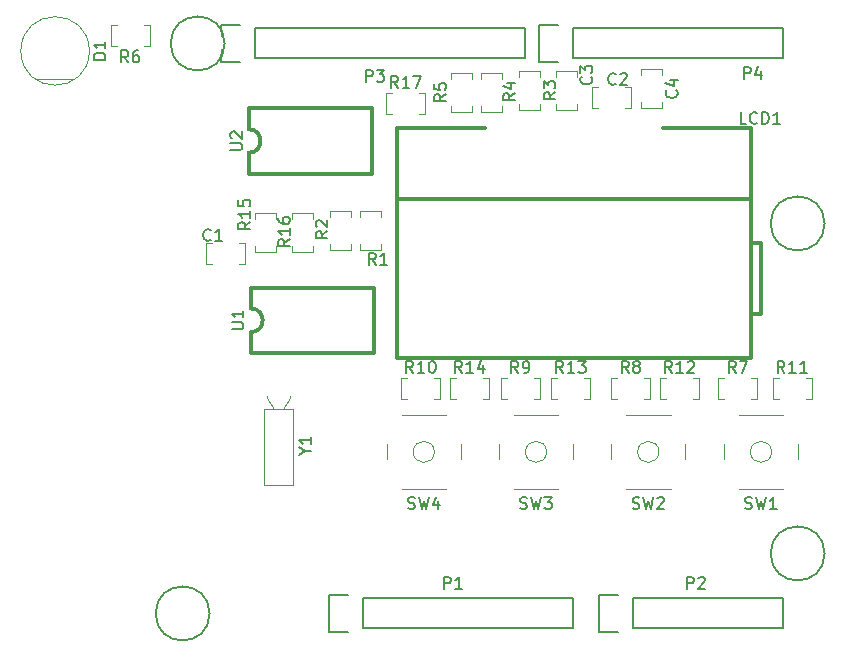
<source format=gto>
G04 #@! TF.GenerationSoftware,KiCad,Pcbnew,(5.1.12)-1*
G04 #@! TF.CreationDate,2021-12-01T17:13:29+09:00*
G04 #@! TF.ProjectId,kicad_arduino_LCD,6b696361-645f-4617-9264-75696e6f5f4c,rev?*
G04 #@! TF.SameCoordinates,PX7339f30PY4576b0c*
G04 #@! TF.FileFunction,Legend,Top*
G04 #@! TF.FilePolarity,Positive*
%FSLAX45Y45*%
G04 Gerber Fmt 4.5, Leading zero omitted, Abs format (unit mm)*
G04 Created by KiCad (PCBNEW (5.1.12)-1) date 2021-12-01 17:13:29*
%MOMM*%
%LPD*%
G01*
G04 APERTURE LIST*
%ADD10C,0.300000*%
%ADD11C,0.120000*%
%ADD12C,0.150000*%
%ADD13O,1.100000X1.700000*%
%ADD14C,1.700000*%
%ADD15C,2.100000*%
%ADD16O,1.827200X2.132000*%
%ADD17C,4.164000*%
%ADD18C,1.100000*%
G04 APERTURE END LIST*
D10*
X6211000Y-969000D02*
X5461000Y-969000D01*
X3961000Y-969000D02*
X3211000Y-969000D01*
X3211000Y-969000D02*
X3211000Y-2919000D01*
X6211000Y-969000D02*
X6211000Y-2919000D01*
X6211000Y-2919000D02*
X3211000Y-2919000D01*
X6211000Y-1569000D02*
X3211000Y-1569000D01*
X6291000Y-1944000D02*
X6211000Y-1944000D01*
X6291000Y-2544000D02*
X6291000Y-1944000D01*
X6211000Y-2544000D02*
X6291000Y-2544000D01*
D11*
X2006600Y-1972300D02*
X2006600Y-2023100D01*
X2184400Y-2023100D02*
X2184400Y-1972300D01*
X2184400Y-1692900D02*
X2184400Y-1743700D01*
X2006600Y-1692900D02*
X2006600Y-1743700D01*
X2006600Y-2023100D02*
X2184400Y-2023100D01*
X2006600Y-1692900D02*
X2184400Y-1692900D01*
X2324100Y-1692900D02*
X2501900Y-1692900D01*
X2324100Y-2023100D02*
X2501900Y-2023100D01*
X2324100Y-1692900D02*
X2324100Y-1743700D01*
X2501900Y-1692900D02*
X2501900Y-1743700D01*
X2501900Y-2023100D02*
X2501900Y-1972300D01*
X2324100Y-1972300D02*
X2324100Y-2023100D01*
X6383803Y-3712000D02*
G75*
G03*
X6383803Y-3712000I-89803J0D01*
G01*
X6105000Y-3397000D02*
X6483000Y-3397000D01*
X6609000Y-3649000D02*
X6609000Y-3775000D01*
X5979000Y-3649000D02*
X5979000Y-3775000D01*
X6105000Y-4027000D02*
X6483000Y-4027000D01*
D12*
X4417000Y-99000D02*
X4417000Y-409000D01*
X4572000Y-99000D02*
X4417000Y-99000D01*
X4699000Y-381000D02*
X4699000Y-127000D01*
X4417000Y-409000D02*
X4572000Y-409000D01*
X6477000Y-127000D02*
X4699000Y-127000D01*
X6477000Y-381000D02*
X6477000Y-127000D01*
X4699000Y-381000D02*
X6477000Y-381000D01*
X6832600Y-1778000D02*
G75*
G03*
X6832600Y-1778000I-228600J0D01*
G01*
X1752600Y-254000D02*
G75*
G03*
X1752600Y-254000I-228600J0D01*
G01*
X6832600Y-4572000D02*
G75*
G03*
X6832600Y-4572000I-228600J0D01*
G01*
X1724600Y-99000D02*
X1724600Y-409000D01*
X1879600Y-99000D02*
X1724600Y-99000D01*
X2006600Y-381000D02*
X2006600Y-127000D01*
X1724600Y-409000D02*
X1879600Y-409000D01*
X4292600Y-127000D02*
X2006600Y-127000D01*
X4292600Y-381000D02*
X4292600Y-127000D01*
X2006600Y-381000D02*
X4292600Y-381000D01*
X1625600Y-5080000D02*
G75*
G03*
X1625600Y-5080000I-228600J0D01*
G01*
X4925000Y-4925000D02*
X4925000Y-5235000D01*
X5080000Y-4925000D02*
X4925000Y-4925000D01*
X5207000Y-5207000D02*
X5207000Y-4953000D01*
X4925000Y-5235000D02*
X5080000Y-5235000D01*
X6477000Y-4953000D02*
X5207000Y-4953000D01*
X6477000Y-5207000D02*
X6477000Y-4953000D01*
X5207000Y-5207000D02*
X6477000Y-5207000D01*
X2639000Y-4925000D02*
X2639000Y-5235000D01*
X2794000Y-4925000D02*
X2639000Y-4925000D01*
X2921000Y-5207000D02*
X2921000Y-4953000D01*
X2639000Y-5235000D02*
X2794000Y-5235000D01*
X4699000Y-4953000D02*
X2921000Y-4953000D01*
X4699000Y-5207000D02*
X4699000Y-4953000D01*
X2921000Y-5207000D02*
X4699000Y-5207000D01*
D11*
X165100Y-558800D02*
X469900Y-558800D01*
X607500Y-317500D02*
G75*
G03*
X607500Y-317500I-290000J0D01*
G01*
X1926600Y-1943100D02*
X1926600Y-2120900D01*
X1596400Y-1943100D02*
X1596400Y-2120900D01*
X1926600Y-1943100D02*
X1875800Y-1943100D01*
X1926600Y-2120900D02*
X1875800Y-2120900D01*
X1596400Y-2120900D02*
X1647200Y-2120900D01*
X1647200Y-1943100D02*
X1596400Y-1943100D01*
X4865900Y-803900D02*
X4865900Y-626100D01*
X5196100Y-803900D02*
X5196100Y-626100D01*
X4865900Y-803900D02*
X4916700Y-803900D01*
X4865900Y-626100D02*
X4916700Y-626100D01*
X5196100Y-626100D02*
X5145300Y-626100D01*
X5145300Y-803900D02*
X5196100Y-803900D01*
X4558600Y-486400D02*
X4736400Y-486400D01*
X4558600Y-816600D02*
X4736400Y-816600D01*
X4558600Y-486400D02*
X4558600Y-537200D01*
X4736400Y-486400D02*
X4736400Y-537200D01*
X4736400Y-816600D02*
X4736400Y-765800D01*
X4558600Y-765800D02*
X4558600Y-816600D01*
X5276100Y-749300D02*
X5276100Y-800100D01*
X5453900Y-800100D02*
X5453900Y-749300D01*
X5453900Y-469900D02*
X5453900Y-520700D01*
X5276100Y-469900D02*
X5276100Y-520700D01*
X5276100Y-800100D02*
X5453900Y-800100D01*
X5276100Y-469900D02*
X5453900Y-469900D01*
X3073400Y-1723700D02*
X3073400Y-1672900D01*
X2895600Y-1672900D02*
X2895600Y-1723700D01*
X2895600Y-2003100D02*
X2895600Y-1952300D01*
X3073400Y-2003100D02*
X3073400Y-1952300D01*
X3073400Y-1672900D02*
X2895600Y-1672900D01*
X3073400Y-2003100D02*
X2895600Y-2003100D01*
X2819400Y-2003100D02*
X2641600Y-2003100D01*
X2819400Y-1672900D02*
X2641600Y-1672900D01*
X2819400Y-2003100D02*
X2819400Y-1952300D01*
X2641600Y-2003100D02*
X2641600Y-1952300D01*
X2641600Y-1672900D02*
X2641600Y-1723700D01*
X2819400Y-1723700D02*
X2819400Y-1672900D01*
X4418900Y-537200D02*
X4418900Y-486400D01*
X4241100Y-486400D02*
X4241100Y-537200D01*
X4241100Y-816600D02*
X4241100Y-765800D01*
X4418900Y-816600D02*
X4418900Y-765800D01*
X4418900Y-486400D02*
X4241100Y-486400D01*
X4418900Y-816600D02*
X4241100Y-816600D01*
X4101400Y-553700D02*
X4101400Y-502900D01*
X3923600Y-502900D02*
X3923600Y-553700D01*
X3923600Y-833100D02*
X3923600Y-782300D01*
X4101400Y-833100D02*
X4101400Y-782300D01*
X4101400Y-502900D02*
X3923600Y-502900D01*
X4101400Y-833100D02*
X3923600Y-833100D01*
X3847400Y-833100D02*
X3669600Y-833100D01*
X3847400Y-502900D02*
X3669600Y-502900D01*
X3847400Y-833100D02*
X3847400Y-782300D01*
X3669600Y-833100D02*
X3669600Y-782300D01*
X3669600Y-502900D02*
X3669600Y-553700D01*
X3847400Y-553700D02*
X3847400Y-502900D01*
X5150600Y-4027000D02*
X5528600Y-4027000D01*
X5024600Y-3649000D02*
X5024600Y-3775000D01*
X5654600Y-3649000D02*
X5654600Y-3775000D01*
X5150600Y-3397000D02*
X5528600Y-3397000D01*
X5429403Y-3712000D02*
G75*
G03*
X5429403Y-3712000I-89803J0D01*
G01*
X4479403Y-3712000D02*
G75*
G03*
X4479403Y-3712000I-89803J0D01*
G01*
X4200600Y-3397000D02*
X4578600Y-3397000D01*
X4704600Y-3649000D02*
X4704600Y-3775000D01*
X4074600Y-3649000D02*
X4074600Y-3775000D01*
X4200600Y-4027000D02*
X4578600Y-4027000D01*
X3250600Y-4027000D02*
X3628600Y-4027000D01*
X3124600Y-3649000D02*
X3124600Y-3775000D01*
X3754600Y-3649000D02*
X3754600Y-3775000D01*
X3250600Y-3397000D02*
X3628600Y-3397000D01*
X3529403Y-3712000D02*
G75*
G03*
X3529403Y-3712000I-89803J0D01*
G01*
X2089000Y-3349000D02*
X2089000Y-3989000D01*
X2089000Y-3989000D02*
X2329000Y-3989000D01*
X2329000Y-3989000D02*
X2329000Y-3349000D01*
X2329000Y-3349000D02*
X2089000Y-3349000D01*
X2174000Y-3349000D02*
X2114000Y-3259000D01*
X2114000Y-3259000D02*
X2114000Y-3239000D01*
X2244000Y-3349000D02*
X2304000Y-3259000D01*
X2304000Y-3259000D02*
X2304000Y-3239000D01*
D10*
X1975000Y-2320500D02*
X1975000Y-2497500D01*
X3015000Y-2320500D02*
X1975000Y-2320500D01*
X3015000Y-2874500D02*
X3015000Y-2320500D01*
X1975000Y-2874500D02*
X3015000Y-2874500D01*
X1975000Y-2697500D02*
X1975000Y-2874500D01*
X1975000Y-2497500D02*
G75*
G02*
X1975000Y-2697500I0J-100000D01*
G01*
D11*
X838200Y-101600D02*
X787400Y-101600D01*
X787400Y-279400D02*
X838200Y-279400D01*
X1117600Y-279400D02*
X1066800Y-279400D01*
X1117600Y-101600D02*
X1066800Y-101600D01*
X787400Y-101600D02*
X787400Y-279400D01*
X1117600Y-101600D02*
X1117600Y-279400D01*
X5981700Y-3086100D02*
X5930900Y-3086100D01*
X5930900Y-3263900D02*
X5981700Y-3263900D01*
X6261100Y-3263900D02*
X6210300Y-3263900D01*
X6261100Y-3086100D02*
X6210300Y-3086100D01*
X5930900Y-3086100D02*
X5930900Y-3263900D01*
X6261100Y-3086100D02*
X6261100Y-3263900D01*
X5355600Y-3086100D02*
X5355600Y-3263900D01*
X5025400Y-3086100D02*
X5025400Y-3263900D01*
X5355600Y-3086100D02*
X5304800Y-3086100D01*
X5355600Y-3263900D02*
X5304800Y-3263900D01*
X5025400Y-3263900D02*
X5076200Y-3263900D01*
X5076200Y-3086100D02*
X5025400Y-3086100D01*
X4089400Y-3263900D02*
X4089400Y-3086100D01*
X4419600Y-3263900D02*
X4419600Y-3086100D01*
X4089400Y-3263900D02*
X4140200Y-3263900D01*
X4089400Y-3086100D02*
X4140200Y-3086100D01*
X4419600Y-3086100D02*
X4368800Y-3086100D01*
X4368800Y-3263900D02*
X4419600Y-3263900D01*
X3526800Y-3263900D02*
X3577600Y-3263900D01*
X3577600Y-3086100D02*
X3526800Y-3086100D01*
X3247400Y-3086100D02*
X3298200Y-3086100D01*
X3247400Y-3263900D02*
X3298200Y-3263900D01*
X3577600Y-3263900D02*
X3577600Y-3086100D01*
X3247400Y-3263900D02*
X3247400Y-3086100D01*
X6671300Y-3263900D02*
X6722100Y-3263900D01*
X6722100Y-3086100D02*
X6671300Y-3086100D01*
X6391900Y-3086100D02*
X6442700Y-3086100D01*
X6391900Y-3263900D02*
X6442700Y-3263900D01*
X6722100Y-3263900D02*
X6722100Y-3086100D01*
X6391900Y-3263900D02*
X6391900Y-3086100D01*
X5439400Y-3263900D02*
X5439400Y-3086100D01*
X5769600Y-3263900D02*
X5769600Y-3086100D01*
X5439400Y-3263900D02*
X5490200Y-3263900D01*
X5439400Y-3086100D02*
X5490200Y-3086100D01*
X5769600Y-3086100D02*
X5718800Y-3086100D01*
X5718800Y-3263900D02*
X5769600Y-3263900D01*
X4796800Y-3263900D02*
X4847600Y-3263900D01*
X4847600Y-3086100D02*
X4796800Y-3086100D01*
X4517400Y-3086100D02*
X4568200Y-3086100D01*
X4517400Y-3263900D02*
X4568200Y-3263900D01*
X4847600Y-3263900D02*
X4847600Y-3086100D01*
X4517400Y-3263900D02*
X4517400Y-3086100D01*
X3661400Y-3263900D02*
X3661400Y-3086100D01*
X3991600Y-3263900D02*
X3991600Y-3086100D01*
X3661400Y-3263900D02*
X3712200Y-3263900D01*
X3661400Y-3086100D02*
X3712200Y-3086100D01*
X3991600Y-3086100D02*
X3940800Y-3086100D01*
X3940800Y-3263900D02*
X3991600Y-3263900D01*
X3399800Y-850900D02*
X3450600Y-850900D01*
X3450600Y-673100D02*
X3399800Y-673100D01*
X3120400Y-673100D02*
X3171200Y-673100D01*
X3120400Y-850900D02*
X3171200Y-850900D01*
X3450600Y-850900D02*
X3450600Y-673100D01*
X3120400Y-850900D02*
X3120400Y-673100D01*
D10*
X1956500Y-1179500D02*
X1956500Y-1356500D01*
X1956500Y-1356500D02*
X2996500Y-1356500D01*
X2996500Y-1356500D02*
X2996500Y-802500D01*
X2996500Y-802500D02*
X1956500Y-802500D01*
X1956500Y-802500D02*
X1956500Y-979500D01*
X1956500Y-979500D02*
G75*
G02*
X1956500Y-1179500I0J-100000D01*
G01*
D12*
X6169833Y-934238D02*
X6122214Y-934238D01*
X6122214Y-834238D01*
X6260309Y-924714D02*
X6255548Y-929476D01*
X6241262Y-934238D01*
X6231738Y-934238D01*
X6217452Y-929476D01*
X6207928Y-919952D01*
X6203167Y-910428D01*
X6198405Y-891381D01*
X6198405Y-877095D01*
X6203167Y-858048D01*
X6207928Y-848524D01*
X6217452Y-839000D01*
X6231738Y-834238D01*
X6241262Y-834238D01*
X6255548Y-839000D01*
X6260309Y-843762D01*
X6303167Y-934238D02*
X6303167Y-834238D01*
X6326976Y-834238D01*
X6341262Y-839000D01*
X6350786Y-848524D01*
X6355548Y-858048D01*
X6360309Y-877095D01*
X6360309Y-891381D01*
X6355548Y-910428D01*
X6350786Y-919952D01*
X6341262Y-929476D01*
X6326976Y-934238D01*
X6303167Y-934238D01*
X6455548Y-934238D02*
X6398405Y-934238D01*
X6426976Y-934238D02*
X6426976Y-834238D01*
X6417452Y-848524D01*
X6407928Y-858048D01*
X6398405Y-862809D01*
X1969288Y-1766086D02*
X1921669Y-1799419D01*
X1969288Y-1823228D02*
X1869288Y-1823228D01*
X1869288Y-1785133D01*
X1874050Y-1775609D01*
X1878812Y-1770848D01*
X1888336Y-1766086D01*
X1902621Y-1766086D01*
X1912145Y-1770848D01*
X1916907Y-1775609D01*
X1921669Y-1785133D01*
X1921669Y-1823228D01*
X1969288Y-1670848D02*
X1969288Y-1727990D01*
X1969288Y-1699419D02*
X1869288Y-1699419D01*
X1883574Y-1708943D01*
X1893098Y-1718467D01*
X1897859Y-1727990D01*
X1869288Y-1580371D02*
X1869288Y-1627990D01*
X1916907Y-1632752D01*
X1912145Y-1627990D01*
X1907383Y-1618467D01*
X1907383Y-1594657D01*
X1912145Y-1585133D01*
X1916907Y-1580371D01*
X1926431Y-1575609D01*
X1950240Y-1575609D01*
X1959764Y-1580371D01*
X1964526Y-1585133D01*
X1969288Y-1594657D01*
X1969288Y-1618467D01*
X1964526Y-1627990D01*
X1959764Y-1632752D01*
X2305838Y-1912136D02*
X2258219Y-1945469D01*
X2305838Y-1969278D02*
X2205838Y-1969278D01*
X2205838Y-1931183D01*
X2210600Y-1921659D01*
X2215362Y-1916898D01*
X2224886Y-1912136D01*
X2239171Y-1912136D01*
X2248695Y-1916898D01*
X2253457Y-1921659D01*
X2258219Y-1931183D01*
X2258219Y-1969278D01*
X2305838Y-1816898D02*
X2305838Y-1874040D01*
X2305838Y-1845469D02*
X2205838Y-1845469D01*
X2220124Y-1854993D01*
X2229648Y-1864517D01*
X2234410Y-1874040D01*
X2205838Y-1731183D02*
X2205838Y-1750231D01*
X2210600Y-1759755D01*
X2215362Y-1764517D01*
X2229648Y-1774040D01*
X2248695Y-1778802D01*
X2286790Y-1778802D01*
X2296314Y-1774040D01*
X2301076Y-1769278D01*
X2305838Y-1759755D01*
X2305838Y-1740707D01*
X2301076Y-1731183D01*
X2296314Y-1726421D01*
X2286790Y-1721659D01*
X2262981Y-1721659D01*
X2253457Y-1726421D01*
X2248695Y-1731183D01*
X2243933Y-1740707D01*
X2243933Y-1759755D01*
X2248695Y-1769278D01*
X2253457Y-1774040D01*
X2262981Y-1778802D01*
X6160667Y-4191276D02*
X6174952Y-4196038D01*
X6198762Y-4196038D01*
X6208286Y-4191276D01*
X6213048Y-4186514D01*
X6217809Y-4176990D01*
X6217809Y-4167467D01*
X6213048Y-4157943D01*
X6208286Y-4153181D01*
X6198762Y-4148419D01*
X6179714Y-4143657D01*
X6170190Y-4138895D01*
X6165428Y-4134133D01*
X6160667Y-4124609D01*
X6160667Y-4115086D01*
X6165428Y-4105562D01*
X6170190Y-4100800D01*
X6179714Y-4096038D01*
X6203524Y-4096038D01*
X6217809Y-4100800D01*
X6251143Y-4096038D02*
X6274952Y-4196038D01*
X6294000Y-4124609D01*
X6313048Y-4196038D01*
X6336857Y-4096038D01*
X6427333Y-4196038D02*
X6370190Y-4196038D01*
X6398762Y-4196038D02*
X6398762Y-4096038D01*
X6389238Y-4110324D01*
X6379714Y-4119848D01*
X6370190Y-4124609D01*
X6149190Y-553238D02*
X6149190Y-453238D01*
X6187286Y-453238D01*
X6196809Y-458000D01*
X6201571Y-462762D01*
X6206333Y-472286D01*
X6206333Y-486571D01*
X6201571Y-496095D01*
X6196809Y-500857D01*
X6187286Y-505619D01*
X6149190Y-505619D01*
X6292048Y-486571D02*
X6292048Y-553238D01*
X6268238Y-448476D02*
X6244428Y-519905D01*
X6306333Y-519905D01*
X2948790Y-578638D02*
X2948790Y-478638D01*
X2986886Y-478638D01*
X2996409Y-483400D01*
X3001171Y-488162D01*
X3005933Y-497686D01*
X3005933Y-511971D01*
X3001171Y-521495D01*
X2996409Y-526257D01*
X2986886Y-531019D01*
X2948790Y-531019D01*
X3039267Y-478638D02*
X3101171Y-478638D01*
X3067838Y-516733D01*
X3082124Y-516733D01*
X3091648Y-521495D01*
X3096409Y-526257D01*
X3101171Y-535781D01*
X3101171Y-559590D01*
X3096409Y-569114D01*
X3091648Y-573876D01*
X3082124Y-578638D01*
X3053552Y-578638D01*
X3044028Y-573876D01*
X3039267Y-569114D01*
X5666590Y-4871238D02*
X5666590Y-4771238D01*
X5704686Y-4771238D01*
X5714209Y-4776000D01*
X5718971Y-4780762D01*
X5723733Y-4790286D01*
X5723733Y-4804571D01*
X5718971Y-4814095D01*
X5714209Y-4818857D01*
X5704686Y-4823619D01*
X5666590Y-4823619D01*
X5761828Y-4780762D02*
X5766590Y-4776000D01*
X5776114Y-4771238D01*
X5799924Y-4771238D01*
X5809448Y-4776000D01*
X5814209Y-4780762D01*
X5818971Y-4790286D01*
X5818971Y-4799810D01*
X5814209Y-4814095D01*
X5757067Y-4871238D01*
X5818971Y-4871238D01*
X3609190Y-4871238D02*
X3609190Y-4771238D01*
X3647286Y-4771238D01*
X3656809Y-4776000D01*
X3661571Y-4780762D01*
X3666333Y-4790286D01*
X3666333Y-4804571D01*
X3661571Y-4814095D01*
X3656809Y-4818857D01*
X3647286Y-4823619D01*
X3609190Y-4823619D01*
X3761571Y-4871238D02*
X3704428Y-4871238D01*
X3733000Y-4871238D02*
X3733000Y-4771238D01*
X3723476Y-4785524D01*
X3713952Y-4795048D01*
X3704428Y-4799810D01*
X743738Y-391309D02*
X643738Y-391309D01*
X643738Y-367500D01*
X648500Y-353214D01*
X658024Y-343690D01*
X667548Y-338929D01*
X686595Y-334167D01*
X700881Y-334167D01*
X719928Y-338929D01*
X729452Y-343690D01*
X738976Y-353214D01*
X743738Y-367500D01*
X743738Y-391309D01*
X743738Y-238928D02*
X743738Y-296071D01*
X743738Y-267500D02*
X643738Y-267500D01*
X658024Y-277024D01*
X667548Y-286548D01*
X672310Y-296071D01*
X1634333Y-1915314D02*
X1629571Y-1920076D01*
X1615286Y-1924838D01*
X1605762Y-1924838D01*
X1591476Y-1920076D01*
X1581952Y-1910552D01*
X1577190Y-1901028D01*
X1572428Y-1881981D01*
X1572428Y-1867695D01*
X1577190Y-1848648D01*
X1581952Y-1839124D01*
X1591476Y-1829600D01*
X1605762Y-1824838D01*
X1615286Y-1824838D01*
X1629571Y-1829600D01*
X1634333Y-1834362D01*
X1729571Y-1924838D02*
X1672428Y-1924838D01*
X1701000Y-1924838D02*
X1701000Y-1824838D01*
X1691476Y-1839124D01*
X1681952Y-1848648D01*
X1672428Y-1853409D01*
X5063333Y-594514D02*
X5058571Y-599276D01*
X5044286Y-604038D01*
X5034762Y-604038D01*
X5020476Y-599276D01*
X5010952Y-589752D01*
X5006190Y-580229D01*
X5001429Y-561181D01*
X5001429Y-546895D01*
X5006190Y-527848D01*
X5010952Y-518324D01*
X5020476Y-508800D01*
X5034762Y-504038D01*
X5044286Y-504038D01*
X5058571Y-508800D01*
X5063333Y-513562D01*
X5101429Y-513562D02*
X5106190Y-508800D01*
X5115714Y-504038D01*
X5139524Y-504038D01*
X5149048Y-508800D01*
X5153810Y-513562D01*
X5158571Y-523086D01*
X5158571Y-532610D01*
X5153810Y-546895D01*
X5096667Y-604038D01*
X5158571Y-604038D01*
X4855364Y-537367D02*
X4860126Y-542129D01*
X4864888Y-556414D01*
X4864888Y-565938D01*
X4860126Y-580224D01*
X4850602Y-589748D01*
X4841079Y-594510D01*
X4822031Y-599271D01*
X4807745Y-599271D01*
X4788698Y-594510D01*
X4779174Y-589748D01*
X4769650Y-580224D01*
X4764888Y-565938D01*
X4764888Y-556414D01*
X4769650Y-542129D01*
X4774412Y-537367D01*
X4764888Y-504033D02*
X4764888Y-442128D01*
X4802983Y-475462D01*
X4802983Y-461176D01*
X4807745Y-451652D01*
X4812507Y-446890D01*
X4822031Y-442128D01*
X4845840Y-442128D01*
X4855364Y-446890D01*
X4860126Y-451652D01*
X4864888Y-461176D01*
X4864888Y-489748D01*
X4860126Y-499271D01*
X4855364Y-504033D01*
X5578514Y-651667D02*
X5583276Y-656429D01*
X5588038Y-670714D01*
X5588038Y-680238D01*
X5583276Y-694524D01*
X5573752Y-704048D01*
X5564229Y-708809D01*
X5545181Y-713571D01*
X5530895Y-713571D01*
X5511848Y-708809D01*
X5502324Y-704048D01*
X5492800Y-694524D01*
X5488038Y-680238D01*
X5488038Y-670714D01*
X5492800Y-656429D01*
X5497562Y-651667D01*
X5521371Y-565952D02*
X5588038Y-565952D01*
X5483276Y-589762D02*
X5554705Y-613571D01*
X5554705Y-551667D01*
X3031333Y-2128038D02*
X2998000Y-2080419D01*
X2974190Y-2128038D02*
X2974190Y-2028038D01*
X3012286Y-2028038D01*
X3021809Y-2032800D01*
X3026571Y-2037562D01*
X3031333Y-2047086D01*
X3031333Y-2061371D01*
X3026571Y-2070895D01*
X3021809Y-2075657D01*
X3012286Y-2080419D01*
X2974190Y-2080419D01*
X3126571Y-2128038D02*
X3069428Y-2128038D01*
X3098000Y-2128038D02*
X3098000Y-2028038D01*
X3088476Y-2042324D01*
X3078952Y-2051848D01*
X3069428Y-2056609D01*
X2623338Y-1845467D02*
X2575719Y-1878800D01*
X2623338Y-1902609D02*
X2523338Y-1902609D01*
X2523338Y-1864514D01*
X2528100Y-1854990D01*
X2532862Y-1850228D01*
X2542386Y-1845467D01*
X2556671Y-1845467D01*
X2566195Y-1850228D01*
X2570957Y-1854990D01*
X2575719Y-1864514D01*
X2575719Y-1902609D01*
X2532862Y-1807371D02*
X2528100Y-1802609D01*
X2523338Y-1793086D01*
X2523338Y-1769276D01*
X2528100Y-1759752D01*
X2532862Y-1754990D01*
X2542386Y-1750228D01*
X2551910Y-1750228D01*
X2566195Y-1754990D01*
X2623338Y-1812133D01*
X2623338Y-1750228D01*
X4553738Y-668167D02*
X4506119Y-701500D01*
X4553738Y-725309D02*
X4453738Y-725309D01*
X4453738Y-687214D01*
X4458500Y-677690D01*
X4463262Y-672929D01*
X4472786Y-668167D01*
X4487071Y-668167D01*
X4496595Y-672929D01*
X4501357Y-677690D01*
X4506119Y-687214D01*
X4506119Y-725309D01*
X4453738Y-634833D02*
X4453738Y-572929D01*
X4491833Y-606262D01*
X4491833Y-591976D01*
X4496595Y-582452D01*
X4501357Y-577690D01*
X4510881Y-572929D01*
X4534690Y-572929D01*
X4544214Y-577690D01*
X4548976Y-582452D01*
X4553738Y-591976D01*
X4553738Y-620548D01*
X4548976Y-630071D01*
X4544214Y-634833D01*
X4210838Y-677067D02*
X4163219Y-710400D01*
X4210838Y-734209D02*
X4110838Y-734209D01*
X4110838Y-696114D01*
X4115600Y-686590D01*
X4120362Y-681829D01*
X4129886Y-677067D01*
X4144171Y-677067D01*
X4153695Y-681829D01*
X4158457Y-686590D01*
X4163219Y-696114D01*
X4163219Y-734209D01*
X4144171Y-591352D02*
X4210838Y-591352D01*
X4106076Y-615162D02*
X4177505Y-638971D01*
X4177505Y-577067D01*
X3625938Y-684667D02*
X3578319Y-718000D01*
X3625938Y-741809D02*
X3525938Y-741809D01*
X3525938Y-703714D01*
X3530700Y-694190D01*
X3535462Y-689429D01*
X3544986Y-684667D01*
X3559271Y-684667D01*
X3568795Y-689429D01*
X3573557Y-694190D01*
X3578319Y-703714D01*
X3578319Y-741809D01*
X3525938Y-594190D02*
X3525938Y-641810D01*
X3573557Y-646571D01*
X3568795Y-641810D01*
X3564033Y-632286D01*
X3564033Y-608476D01*
X3568795Y-598952D01*
X3573557Y-594190D01*
X3583081Y-589429D01*
X3606890Y-589429D01*
X3616414Y-594190D01*
X3621176Y-598952D01*
X3625938Y-608476D01*
X3625938Y-632286D01*
X3621176Y-641810D01*
X3616414Y-646571D01*
X5206267Y-4191276D02*
X5220552Y-4196038D01*
X5244362Y-4196038D01*
X5253886Y-4191276D01*
X5258648Y-4186514D01*
X5263410Y-4176990D01*
X5263410Y-4167467D01*
X5258648Y-4157943D01*
X5253886Y-4153181D01*
X5244362Y-4148419D01*
X5225314Y-4143657D01*
X5215790Y-4138895D01*
X5211029Y-4134133D01*
X5206267Y-4124609D01*
X5206267Y-4115086D01*
X5211029Y-4105562D01*
X5215790Y-4100800D01*
X5225314Y-4096038D01*
X5249124Y-4096038D01*
X5263410Y-4100800D01*
X5296743Y-4096038D02*
X5320552Y-4196038D01*
X5339600Y-4124609D01*
X5358648Y-4196038D01*
X5382457Y-4096038D01*
X5415790Y-4105562D02*
X5420552Y-4100800D01*
X5430076Y-4096038D01*
X5453886Y-4096038D01*
X5463410Y-4100800D01*
X5468171Y-4105562D01*
X5472933Y-4115086D01*
X5472933Y-4124609D01*
X5468171Y-4138895D01*
X5411029Y-4196038D01*
X5472933Y-4196038D01*
X4256267Y-4191276D02*
X4270552Y-4196038D01*
X4294362Y-4196038D01*
X4303886Y-4191276D01*
X4308648Y-4186514D01*
X4313410Y-4176990D01*
X4313410Y-4167467D01*
X4308648Y-4157943D01*
X4303886Y-4153181D01*
X4294362Y-4148419D01*
X4275314Y-4143657D01*
X4265790Y-4138895D01*
X4261029Y-4134133D01*
X4256267Y-4124609D01*
X4256267Y-4115086D01*
X4261029Y-4105562D01*
X4265790Y-4100800D01*
X4275314Y-4096038D01*
X4299124Y-4096038D01*
X4313410Y-4100800D01*
X4346743Y-4096038D02*
X4370552Y-4196038D01*
X4389600Y-4124609D01*
X4408648Y-4196038D01*
X4432457Y-4096038D01*
X4461029Y-4096038D02*
X4522933Y-4096038D01*
X4489600Y-4134133D01*
X4503886Y-4134133D01*
X4513410Y-4138895D01*
X4518171Y-4143657D01*
X4522933Y-4153181D01*
X4522933Y-4176990D01*
X4518171Y-4186514D01*
X4513410Y-4191276D01*
X4503886Y-4196038D01*
X4475314Y-4196038D01*
X4465790Y-4191276D01*
X4461029Y-4186514D01*
X3306267Y-4191276D02*
X3320552Y-4196038D01*
X3344362Y-4196038D01*
X3353886Y-4191276D01*
X3358648Y-4186514D01*
X3363409Y-4176990D01*
X3363409Y-4167467D01*
X3358648Y-4157943D01*
X3353886Y-4153181D01*
X3344362Y-4148419D01*
X3325314Y-4143657D01*
X3315790Y-4138895D01*
X3311028Y-4134133D01*
X3306267Y-4124609D01*
X3306267Y-4115086D01*
X3311028Y-4105562D01*
X3315790Y-4100800D01*
X3325314Y-4096038D01*
X3349124Y-4096038D01*
X3363409Y-4100800D01*
X3396743Y-4096038D02*
X3420552Y-4196038D01*
X3439600Y-4124609D01*
X3458648Y-4196038D01*
X3482457Y-4096038D01*
X3563409Y-4129371D02*
X3563409Y-4196038D01*
X3539600Y-4091276D02*
X3515790Y-4162705D01*
X3577695Y-4162705D01*
X2436019Y-3705219D02*
X2483638Y-3705219D01*
X2383638Y-3738552D02*
X2436019Y-3705219D01*
X2383638Y-3671886D01*
X2483638Y-3586171D02*
X2483638Y-3643314D01*
X2483638Y-3614743D02*
X2383638Y-3614743D01*
X2397924Y-3624267D01*
X2407448Y-3633790D01*
X2412210Y-3643314D01*
X1812138Y-2673340D02*
X1893090Y-2673340D01*
X1902614Y-2668579D01*
X1907376Y-2663817D01*
X1912138Y-2654293D01*
X1912138Y-2635245D01*
X1907376Y-2625721D01*
X1902614Y-2620960D01*
X1893090Y-2616198D01*
X1812138Y-2616198D01*
X1912138Y-2516198D02*
X1912138Y-2573340D01*
X1912138Y-2544769D02*
X1812138Y-2544769D01*
X1826424Y-2554293D01*
X1835948Y-2563817D01*
X1840709Y-2573340D01*
X935833Y-413538D02*
X902500Y-365919D01*
X878690Y-413538D02*
X878690Y-313538D01*
X916786Y-313538D01*
X926309Y-318300D01*
X931071Y-323062D01*
X935833Y-332586D01*
X935833Y-346871D01*
X931071Y-356395D01*
X926309Y-361157D01*
X916786Y-365919D01*
X878690Y-365919D01*
X1021548Y-313538D02*
X1002500Y-313538D01*
X992976Y-318300D01*
X988214Y-323062D01*
X978690Y-337348D01*
X973928Y-356395D01*
X973928Y-394490D01*
X978690Y-404014D01*
X983452Y-408776D01*
X992976Y-413538D01*
X1012024Y-413538D01*
X1021548Y-408776D01*
X1026309Y-404014D01*
X1031071Y-394490D01*
X1031071Y-370681D01*
X1026309Y-361157D01*
X1021548Y-356395D01*
X1012024Y-351633D01*
X992976Y-351633D01*
X983452Y-356395D01*
X978690Y-361157D01*
X973928Y-370681D01*
X6079333Y-3042438D02*
X6046000Y-2994819D01*
X6022190Y-3042438D02*
X6022190Y-2942438D01*
X6060286Y-2942438D01*
X6069809Y-2947200D01*
X6074571Y-2951962D01*
X6079333Y-2961486D01*
X6079333Y-2975771D01*
X6074571Y-2985295D01*
X6069809Y-2990057D01*
X6060286Y-2994819D01*
X6022190Y-2994819D01*
X6112667Y-2942438D02*
X6179333Y-2942438D01*
X6136476Y-3042438D01*
X5173833Y-3042438D02*
X5140500Y-2994819D01*
X5116690Y-3042438D02*
X5116690Y-2942438D01*
X5154786Y-2942438D01*
X5164310Y-2947200D01*
X5169071Y-2951962D01*
X5173833Y-2961486D01*
X5173833Y-2975771D01*
X5169071Y-2985295D01*
X5164310Y-2990057D01*
X5154786Y-2994819D01*
X5116690Y-2994819D01*
X5230976Y-2985295D02*
X5221452Y-2980533D01*
X5216690Y-2975771D01*
X5211929Y-2966248D01*
X5211929Y-2961486D01*
X5216690Y-2951962D01*
X5221452Y-2947200D01*
X5230976Y-2942438D01*
X5250024Y-2942438D01*
X5259548Y-2947200D01*
X5264310Y-2951962D01*
X5269071Y-2961486D01*
X5269071Y-2966248D01*
X5264310Y-2975771D01*
X5259548Y-2980533D01*
X5250024Y-2985295D01*
X5230976Y-2985295D01*
X5221452Y-2990057D01*
X5216690Y-2994819D01*
X5211929Y-3004343D01*
X5211929Y-3023390D01*
X5216690Y-3032914D01*
X5221452Y-3037676D01*
X5230976Y-3042438D01*
X5250024Y-3042438D01*
X5259548Y-3037676D01*
X5264310Y-3032914D01*
X5269071Y-3023390D01*
X5269071Y-3004343D01*
X5264310Y-2994819D01*
X5259548Y-2990057D01*
X5250024Y-2985295D01*
X4237833Y-3042438D02*
X4204500Y-2994819D01*
X4180690Y-3042438D02*
X4180690Y-2942438D01*
X4218786Y-2942438D01*
X4228310Y-2947200D01*
X4233071Y-2951962D01*
X4237833Y-2961486D01*
X4237833Y-2975771D01*
X4233071Y-2985295D01*
X4228310Y-2990057D01*
X4218786Y-2994819D01*
X4180690Y-2994819D01*
X4285452Y-3042438D02*
X4304500Y-3042438D01*
X4314024Y-3037676D01*
X4318786Y-3032914D01*
X4328310Y-3018628D01*
X4333071Y-2999581D01*
X4333071Y-2961486D01*
X4328310Y-2951962D01*
X4323548Y-2947200D01*
X4314024Y-2942438D01*
X4294976Y-2942438D01*
X4285452Y-2947200D01*
X4280690Y-2951962D01*
X4275929Y-2961486D01*
X4275929Y-2985295D01*
X4280690Y-2994819D01*
X4285452Y-2999581D01*
X4294976Y-3004343D01*
X4314024Y-3004343D01*
X4323548Y-2999581D01*
X4328310Y-2994819D01*
X4333071Y-2985295D01*
X3348214Y-3042438D02*
X3314881Y-2994819D01*
X3291071Y-3042438D02*
X3291071Y-2942438D01*
X3329167Y-2942438D01*
X3338690Y-2947200D01*
X3343452Y-2951962D01*
X3348214Y-2961486D01*
X3348214Y-2975771D01*
X3343452Y-2985295D01*
X3338690Y-2990057D01*
X3329167Y-2994819D01*
X3291071Y-2994819D01*
X3443452Y-3042438D02*
X3386309Y-3042438D01*
X3414881Y-3042438D02*
X3414881Y-2942438D01*
X3405357Y-2956724D01*
X3395833Y-2966248D01*
X3386309Y-2971009D01*
X3505357Y-2942438D02*
X3514881Y-2942438D01*
X3524405Y-2947200D01*
X3529167Y-2951962D01*
X3533928Y-2961486D01*
X3538690Y-2980533D01*
X3538690Y-3004343D01*
X3533928Y-3023390D01*
X3529167Y-3032914D01*
X3524405Y-3037676D01*
X3514881Y-3042438D01*
X3505357Y-3042438D01*
X3495833Y-3037676D01*
X3491071Y-3032914D01*
X3486309Y-3023390D01*
X3481548Y-3004343D01*
X3481548Y-2980533D01*
X3486309Y-2961486D01*
X3491071Y-2951962D01*
X3495833Y-2947200D01*
X3505357Y-2942438D01*
X6492714Y-3042438D02*
X6459381Y-2994819D01*
X6435571Y-3042438D02*
X6435571Y-2942438D01*
X6473667Y-2942438D01*
X6483190Y-2947200D01*
X6487952Y-2951962D01*
X6492714Y-2961486D01*
X6492714Y-2975771D01*
X6487952Y-2985295D01*
X6483190Y-2990057D01*
X6473667Y-2994819D01*
X6435571Y-2994819D01*
X6587952Y-3042438D02*
X6530809Y-3042438D01*
X6559381Y-3042438D02*
X6559381Y-2942438D01*
X6549857Y-2956724D01*
X6540333Y-2966248D01*
X6530809Y-2971009D01*
X6683190Y-3042438D02*
X6626048Y-3042438D01*
X6654619Y-3042438D02*
X6654619Y-2942438D01*
X6645095Y-2956724D01*
X6635571Y-2966248D01*
X6626048Y-2971009D01*
X5540214Y-3042438D02*
X5506881Y-2994819D01*
X5483071Y-3042438D02*
X5483071Y-2942438D01*
X5521167Y-2942438D01*
X5530690Y-2947200D01*
X5535452Y-2951962D01*
X5540214Y-2961486D01*
X5540214Y-2975771D01*
X5535452Y-2985295D01*
X5530690Y-2990057D01*
X5521167Y-2994819D01*
X5483071Y-2994819D01*
X5635452Y-3042438D02*
X5578310Y-3042438D01*
X5606881Y-3042438D02*
X5606881Y-2942438D01*
X5597357Y-2956724D01*
X5587833Y-2966248D01*
X5578310Y-2971009D01*
X5673548Y-2951962D02*
X5678309Y-2947200D01*
X5687833Y-2942438D01*
X5711643Y-2942438D01*
X5721167Y-2947200D01*
X5725928Y-2951962D01*
X5730690Y-2961486D01*
X5730690Y-2971009D01*
X5725928Y-2985295D01*
X5668786Y-3042438D01*
X5730690Y-3042438D01*
X4618214Y-3042438D02*
X4584881Y-2994819D01*
X4561071Y-3042438D02*
X4561071Y-2942438D01*
X4599167Y-2942438D01*
X4608690Y-2947200D01*
X4613452Y-2951962D01*
X4618214Y-2961486D01*
X4618214Y-2975771D01*
X4613452Y-2985295D01*
X4608690Y-2990057D01*
X4599167Y-2994819D01*
X4561071Y-2994819D01*
X4713452Y-3042438D02*
X4656310Y-3042438D01*
X4684881Y-3042438D02*
X4684881Y-2942438D01*
X4675357Y-2956724D01*
X4665833Y-2966248D01*
X4656310Y-2971009D01*
X4746786Y-2942438D02*
X4808690Y-2942438D01*
X4775357Y-2980533D01*
X4789643Y-2980533D01*
X4799167Y-2985295D01*
X4803929Y-2990057D01*
X4808690Y-2999581D01*
X4808690Y-3023390D01*
X4803929Y-3032914D01*
X4799167Y-3037676D01*
X4789643Y-3042438D01*
X4761071Y-3042438D01*
X4751548Y-3037676D01*
X4746786Y-3032914D01*
X3762214Y-3042438D02*
X3728881Y-2994819D01*
X3705071Y-3042438D02*
X3705071Y-2942438D01*
X3743167Y-2942438D01*
X3752690Y-2947200D01*
X3757452Y-2951962D01*
X3762214Y-2961486D01*
X3762214Y-2975771D01*
X3757452Y-2985295D01*
X3752690Y-2990057D01*
X3743167Y-2994819D01*
X3705071Y-2994819D01*
X3857452Y-3042438D02*
X3800309Y-3042438D01*
X3828881Y-3042438D02*
X3828881Y-2942438D01*
X3819357Y-2956724D01*
X3809833Y-2966248D01*
X3800309Y-2971009D01*
X3943167Y-2975771D02*
X3943167Y-3042438D01*
X3919357Y-2937676D02*
X3895548Y-3009105D01*
X3957452Y-3009105D01*
X3221214Y-629438D02*
X3187881Y-581819D01*
X3164071Y-629438D02*
X3164071Y-529438D01*
X3202167Y-529438D01*
X3211690Y-534200D01*
X3216452Y-538962D01*
X3221214Y-548486D01*
X3221214Y-562771D01*
X3216452Y-572295D01*
X3211690Y-577057D01*
X3202167Y-581819D01*
X3164071Y-581819D01*
X3316452Y-629438D02*
X3259309Y-629438D01*
X3287881Y-629438D02*
X3287881Y-529438D01*
X3278357Y-543724D01*
X3268833Y-553248D01*
X3259309Y-558010D01*
X3349786Y-529438D02*
X3416452Y-529438D01*
X3373595Y-629438D01*
X1801738Y-1155690D02*
X1882690Y-1155690D01*
X1892214Y-1150929D01*
X1896976Y-1146167D01*
X1901738Y-1136643D01*
X1901738Y-1117595D01*
X1896976Y-1108071D01*
X1892214Y-1103310D01*
X1882690Y-1098548D01*
X1801738Y-1098548D01*
X1811262Y-1055690D02*
X1806500Y-1050929D01*
X1801738Y-1041405D01*
X1801738Y-1017595D01*
X1806500Y-1008071D01*
X1811262Y-1003309D01*
X1820786Y-998548D01*
X1830309Y-998548D01*
X1844595Y-1003309D01*
X1901738Y-1060452D01*
X1901738Y-998548D01*
%LPC*%
D13*
X4111000Y-969000D03*
X4261000Y-969000D03*
X4411000Y-969000D03*
X4561000Y-969000D03*
X4711000Y-969000D03*
X4861000Y-969000D03*
X5011000Y-969000D03*
X5161000Y-969000D03*
G36*
G01*
X5366000Y-889000D02*
X5366000Y-1049000D01*
G75*
G02*
X5361000Y-1054000I-5000J0D01*
G01*
X5261000Y-1054000D01*
G75*
G02*
X5256000Y-1049000I0J5000D01*
G01*
X5256000Y-889000D01*
G75*
G02*
X5261000Y-884000I5000J0D01*
G01*
X5361000Y-884000D01*
G75*
G02*
X5366000Y-889000I0J-5000D01*
G01*
G37*
D14*
X762000Y-4826000D03*
X762000Y-5080000D03*
X508000Y-4826000D03*
X508000Y-5080000D03*
X254000Y-4826000D03*
X254000Y-5080000D03*
X5842000Y-4318000D03*
X5842000Y-4572000D03*
X5588000Y-4318000D03*
X5334000Y-4572000D03*
X5588000Y-4572000D03*
X5334000Y-4318000D03*
X4826000Y-4572000D03*
X4064000Y-4572000D03*
X5080000Y-4572000D03*
X4318000Y-4572000D03*
X4572000Y-4572000D03*
X4826000Y-4318000D03*
X4064000Y-4318000D03*
X5080000Y-4318000D03*
X4318000Y-4318000D03*
X4572000Y-4318000D03*
X3556000Y-4572000D03*
X2794000Y-4572000D03*
X3810000Y-4572000D03*
X3048000Y-4572000D03*
X3302000Y-4572000D03*
X3556000Y-4318000D03*
X2794000Y-4318000D03*
X3810000Y-4318000D03*
X3048000Y-4318000D03*
X3302000Y-4318000D03*
X2286000Y-4572000D03*
X1524000Y-4572000D03*
X2540000Y-4572000D03*
X1778000Y-4572000D03*
X2032000Y-4572000D03*
X2286000Y-4318000D03*
X1524000Y-4318000D03*
X2540000Y-4318000D03*
X1778000Y-4318000D03*
X2032000Y-4318000D03*
X1016000Y-4572000D03*
X254000Y-4572000D03*
X1270000Y-4572000D03*
X508000Y-4572000D03*
X762000Y-4572000D03*
X1016000Y-4318000D03*
X254000Y-4318000D03*
X1270000Y-4318000D03*
X508000Y-4318000D03*
X762000Y-4318000D03*
X1016000Y-4064000D03*
X254000Y-4064000D03*
X1270000Y-4064000D03*
X508000Y-4064000D03*
X762000Y-4064000D03*
X1016000Y-3810000D03*
X254000Y-3810000D03*
X1270000Y-3810000D03*
X508000Y-3810000D03*
X762000Y-3810000D03*
X1016000Y-3556000D03*
X254000Y-3556000D03*
X1270000Y-3556000D03*
X508000Y-3556000D03*
X762000Y-3556000D03*
X1016000Y-3302000D03*
X254000Y-3302000D03*
X1270000Y-3302000D03*
X508000Y-3302000D03*
X762000Y-3302000D03*
X1016000Y-3048000D03*
X254000Y-3048000D03*
X1270000Y-3048000D03*
X508000Y-3048000D03*
X762000Y-3048000D03*
X1016000Y-2794000D03*
X254000Y-2794000D03*
X1270000Y-2794000D03*
X508000Y-2794000D03*
X762000Y-2794000D03*
X1016000Y-2540000D03*
X254000Y-2540000D03*
X1270000Y-2540000D03*
X508000Y-2540000D03*
X762000Y-2540000D03*
X1016000Y-2286000D03*
X254000Y-2286000D03*
X1270000Y-2286000D03*
X508000Y-2286000D03*
X762000Y-2286000D03*
X1016000Y-2032000D03*
X254000Y-2032000D03*
X1270000Y-2032000D03*
X508000Y-2032000D03*
X762000Y-2032000D03*
X1016000Y-1778000D03*
X254000Y-1778000D03*
X1270000Y-1778000D03*
X508000Y-1778000D03*
X762000Y-1778000D03*
X1016000Y-1524000D03*
X254000Y-1524000D03*
X1270000Y-1524000D03*
X508000Y-1524000D03*
X762000Y-1524000D03*
X1016000Y-1270000D03*
X254000Y-1270000D03*
X1270000Y-1270000D03*
X508000Y-1270000D03*
X762000Y-1270000D03*
X1270000Y-1016000D03*
X1016000Y-1016000D03*
X762000Y-1016000D03*
X508000Y-1016000D03*
X254000Y-1016000D03*
G36*
G01*
X2155500Y-1843000D02*
X2035500Y-1843000D01*
G75*
G02*
X2030500Y-1838000I0J5000D01*
G01*
X2030500Y-1718000D01*
G75*
G02*
X2035500Y-1713000I5000J0D01*
G01*
X2155500Y-1713000D01*
G75*
G02*
X2160500Y-1718000I0J-5000D01*
G01*
X2160500Y-1838000D01*
G75*
G02*
X2155500Y-1843000I-5000J0D01*
G01*
G37*
G36*
G01*
X2155500Y-2003000D02*
X2035500Y-2003000D01*
G75*
G02*
X2030500Y-1998000I0J5000D01*
G01*
X2030500Y-1878000D01*
G75*
G02*
X2035500Y-1873000I5000J0D01*
G01*
X2155500Y-1873000D01*
G75*
G02*
X2160500Y-1878000I0J-5000D01*
G01*
X2160500Y-1998000D01*
G75*
G02*
X2155500Y-2003000I-5000J0D01*
G01*
G37*
G36*
G01*
X2473000Y-2003000D02*
X2353000Y-2003000D01*
G75*
G02*
X2348000Y-1998000I0J5000D01*
G01*
X2348000Y-1878000D01*
G75*
G02*
X2353000Y-1873000I5000J0D01*
G01*
X2473000Y-1873000D01*
G75*
G02*
X2478000Y-1878000I0J-5000D01*
G01*
X2478000Y-1998000D01*
G75*
G02*
X2473000Y-2003000I-5000J0D01*
G01*
G37*
G36*
G01*
X2473000Y-1843000D02*
X2353000Y-1843000D01*
G75*
G02*
X2348000Y-1838000I0J5000D01*
G01*
X2348000Y-1718000D01*
G75*
G02*
X2353000Y-1713000I5000J0D01*
G01*
X2473000Y-1713000D01*
G75*
G02*
X2478000Y-1718000I0J-5000D01*
G01*
X2478000Y-1838000D01*
G75*
G02*
X2473000Y-1843000I-5000J0D01*
G01*
G37*
D15*
X5969000Y-3487000D03*
X6619000Y-3487000D03*
X5969000Y-3937000D03*
X6619000Y-3937000D03*
D16*
X6350000Y-254000D03*
X6096000Y-254000D03*
X5842000Y-254000D03*
X5588000Y-254000D03*
X5334000Y-254000D03*
X5080000Y-254000D03*
X4826000Y-254000D03*
X4572000Y-254000D03*
D17*
X6604000Y-1778000D03*
X1524000Y-254000D03*
X6604000Y-4572000D03*
D16*
X4165600Y-254000D03*
X3911600Y-254000D03*
X3657600Y-254000D03*
X3403600Y-254000D03*
X3149600Y-254000D03*
X2895600Y-254000D03*
X2641600Y-254000D03*
X2387600Y-254000D03*
X2133600Y-254000D03*
X1879600Y-254000D03*
D17*
X1397000Y-5080000D03*
D16*
X6350000Y-5080000D03*
X6096000Y-5080000D03*
X5842000Y-5080000D03*
X5588000Y-5080000D03*
X5334000Y-5080000D03*
X5080000Y-5080000D03*
X4572000Y-5080000D03*
X4318000Y-5080000D03*
X4064000Y-5080000D03*
X3810000Y-5080000D03*
X3556000Y-5080000D03*
X3302000Y-5080000D03*
X3048000Y-5080000D03*
X2794000Y-5080000D03*
G36*
G01*
X397500Y-529500D02*
X237500Y-529500D01*
G75*
G02*
X232500Y-524500I0J5000D01*
G01*
X232500Y-364500D01*
G75*
G02*
X237500Y-359500I5000J0D01*
G01*
X397500Y-359500D01*
G75*
G02*
X402500Y-364500I0J-5000D01*
G01*
X402500Y-524500D01*
G75*
G02*
X397500Y-529500I-5000J0D01*
G01*
G37*
D14*
X317500Y-190500D03*
G36*
G01*
X1616500Y-2092000D02*
X1616500Y-1972000D01*
G75*
G02*
X1621500Y-1967000I5000J0D01*
G01*
X1741500Y-1967000D01*
G75*
G02*
X1746500Y-1972000I0J-5000D01*
G01*
X1746500Y-2092000D01*
G75*
G02*
X1741500Y-2097000I-5000J0D01*
G01*
X1621500Y-2097000D01*
G75*
G02*
X1616500Y-2092000I0J5000D01*
G01*
G37*
G36*
G01*
X1776500Y-2092000D02*
X1776500Y-1972000D01*
G75*
G02*
X1781500Y-1967000I5000J0D01*
G01*
X1901500Y-1967000D01*
G75*
G02*
X1906500Y-1972000I0J-5000D01*
G01*
X1906500Y-2092000D01*
G75*
G02*
X1901500Y-2097000I-5000J0D01*
G01*
X1781500Y-2097000D01*
G75*
G02*
X1776500Y-2092000I0J5000D01*
G01*
G37*
G36*
G01*
X5176000Y-655000D02*
X5176000Y-775000D01*
G75*
G02*
X5171000Y-780000I-5000J0D01*
G01*
X5051000Y-780000D01*
G75*
G02*
X5046000Y-775000I0J5000D01*
G01*
X5046000Y-655000D01*
G75*
G02*
X5051000Y-650000I5000J0D01*
G01*
X5171000Y-650000D01*
G75*
G02*
X5176000Y-655000I0J-5000D01*
G01*
G37*
G36*
G01*
X5016000Y-655000D02*
X5016000Y-775000D01*
G75*
G02*
X5011000Y-780000I-5000J0D01*
G01*
X4891000Y-780000D01*
G75*
G02*
X4886000Y-775000I0J5000D01*
G01*
X4886000Y-655000D01*
G75*
G02*
X4891000Y-650000I5000J0D01*
G01*
X5011000Y-650000D01*
G75*
G02*
X5016000Y-655000I0J-5000D01*
G01*
G37*
G36*
G01*
X4707500Y-796500D02*
X4587500Y-796500D01*
G75*
G02*
X4582500Y-791500I0J5000D01*
G01*
X4582500Y-671500D01*
G75*
G02*
X4587500Y-666500I5000J0D01*
G01*
X4707500Y-666500D01*
G75*
G02*
X4712500Y-671500I0J-5000D01*
G01*
X4712500Y-791500D01*
G75*
G02*
X4707500Y-796500I-5000J0D01*
G01*
G37*
G36*
G01*
X4707500Y-636500D02*
X4587500Y-636500D01*
G75*
G02*
X4582500Y-631500I0J5000D01*
G01*
X4582500Y-511500D01*
G75*
G02*
X4587500Y-506500I5000J0D01*
G01*
X4707500Y-506500D01*
G75*
G02*
X4712500Y-511500I0J-5000D01*
G01*
X4712500Y-631500D01*
G75*
G02*
X4707500Y-636500I-5000J0D01*
G01*
G37*
G36*
G01*
X5425000Y-620000D02*
X5305000Y-620000D01*
G75*
G02*
X5300000Y-615000I0J5000D01*
G01*
X5300000Y-495000D01*
G75*
G02*
X5305000Y-490000I5000J0D01*
G01*
X5425000Y-490000D01*
G75*
G02*
X5430000Y-495000I0J-5000D01*
G01*
X5430000Y-615000D01*
G75*
G02*
X5425000Y-620000I-5000J0D01*
G01*
G37*
G36*
G01*
X5425000Y-780000D02*
X5305000Y-780000D01*
G75*
G02*
X5300000Y-775000I0J5000D01*
G01*
X5300000Y-655000D01*
G75*
G02*
X5305000Y-650000I5000J0D01*
G01*
X5425000Y-650000D01*
G75*
G02*
X5430000Y-655000I0J-5000D01*
G01*
X5430000Y-775000D01*
G75*
G02*
X5425000Y-780000I-5000J0D01*
G01*
G37*
G36*
G01*
X2924500Y-1853000D02*
X3044500Y-1853000D01*
G75*
G02*
X3049500Y-1858000I0J-5000D01*
G01*
X3049500Y-1978000D01*
G75*
G02*
X3044500Y-1983000I-5000J0D01*
G01*
X2924500Y-1983000D01*
G75*
G02*
X2919500Y-1978000I0J5000D01*
G01*
X2919500Y-1858000D01*
G75*
G02*
X2924500Y-1853000I5000J0D01*
G01*
G37*
G36*
G01*
X2924500Y-1693000D02*
X3044500Y-1693000D01*
G75*
G02*
X3049500Y-1698000I0J-5000D01*
G01*
X3049500Y-1818000D01*
G75*
G02*
X3044500Y-1823000I-5000J0D01*
G01*
X2924500Y-1823000D01*
G75*
G02*
X2919500Y-1818000I0J5000D01*
G01*
X2919500Y-1698000D01*
G75*
G02*
X2924500Y-1693000I5000J0D01*
G01*
G37*
G36*
G01*
X2670500Y-1693000D02*
X2790500Y-1693000D01*
G75*
G02*
X2795500Y-1698000I0J-5000D01*
G01*
X2795500Y-1818000D01*
G75*
G02*
X2790500Y-1823000I-5000J0D01*
G01*
X2670500Y-1823000D01*
G75*
G02*
X2665500Y-1818000I0J5000D01*
G01*
X2665500Y-1698000D01*
G75*
G02*
X2670500Y-1693000I5000J0D01*
G01*
G37*
G36*
G01*
X2670500Y-1853000D02*
X2790500Y-1853000D01*
G75*
G02*
X2795500Y-1858000I0J-5000D01*
G01*
X2795500Y-1978000D01*
G75*
G02*
X2790500Y-1983000I-5000J0D01*
G01*
X2670500Y-1983000D01*
G75*
G02*
X2665500Y-1978000I0J5000D01*
G01*
X2665500Y-1858000D01*
G75*
G02*
X2670500Y-1853000I5000J0D01*
G01*
G37*
G36*
G01*
X4270000Y-666500D02*
X4390000Y-666500D01*
G75*
G02*
X4395000Y-671500I0J-5000D01*
G01*
X4395000Y-791500D01*
G75*
G02*
X4390000Y-796500I-5000J0D01*
G01*
X4270000Y-796500D01*
G75*
G02*
X4265000Y-791500I0J5000D01*
G01*
X4265000Y-671500D01*
G75*
G02*
X4270000Y-666500I5000J0D01*
G01*
G37*
G36*
G01*
X4270000Y-506500D02*
X4390000Y-506500D01*
G75*
G02*
X4395000Y-511500I0J-5000D01*
G01*
X4395000Y-631500D01*
G75*
G02*
X4390000Y-636500I-5000J0D01*
G01*
X4270000Y-636500D01*
G75*
G02*
X4265000Y-631500I0J5000D01*
G01*
X4265000Y-511500D01*
G75*
G02*
X4270000Y-506500I5000J0D01*
G01*
G37*
G36*
G01*
X3952500Y-683000D02*
X4072500Y-683000D01*
G75*
G02*
X4077500Y-688000I0J-5000D01*
G01*
X4077500Y-808000D01*
G75*
G02*
X4072500Y-813000I-5000J0D01*
G01*
X3952500Y-813000D01*
G75*
G02*
X3947500Y-808000I0J5000D01*
G01*
X3947500Y-688000D01*
G75*
G02*
X3952500Y-683000I5000J0D01*
G01*
G37*
G36*
G01*
X3952500Y-523000D02*
X4072500Y-523000D01*
G75*
G02*
X4077500Y-528000I0J-5000D01*
G01*
X4077500Y-648000D01*
G75*
G02*
X4072500Y-653000I-5000J0D01*
G01*
X3952500Y-653000D01*
G75*
G02*
X3947500Y-648000I0J5000D01*
G01*
X3947500Y-528000D01*
G75*
G02*
X3952500Y-523000I5000J0D01*
G01*
G37*
G36*
G01*
X3698500Y-523000D02*
X3818500Y-523000D01*
G75*
G02*
X3823500Y-528000I0J-5000D01*
G01*
X3823500Y-648000D01*
G75*
G02*
X3818500Y-653000I-5000J0D01*
G01*
X3698500Y-653000D01*
G75*
G02*
X3693500Y-648000I0J5000D01*
G01*
X3693500Y-528000D01*
G75*
G02*
X3698500Y-523000I5000J0D01*
G01*
G37*
G36*
G01*
X3698500Y-683000D02*
X3818500Y-683000D01*
G75*
G02*
X3823500Y-688000I0J-5000D01*
G01*
X3823500Y-808000D01*
G75*
G02*
X3818500Y-813000I-5000J0D01*
G01*
X3698500Y-813000D01*
G75*
G02*
X3693500Y-808000I0J5000D01*
G01*
X3693500Y-688000D01*
G75*
G02*
X3698500Y-683000I5000J0D01*
G01*
G37*
D15*
X5664600Y-3937000D03*
X5014600Y-3937000D03*
X5664600Y-3487000D03*
X5014600Y-3487000D03*
X4064600Y-3487000D03*
X4714600Y-3487000D03*
X4064600Y-3937000D03*
X4714600Y-3937000D03*
X3764600Y-3937000D03*
X3114600Y-3937000D03*
X3764600Y-3487000D03*
X3114600Y-3487000D03*
D18*
X2114000Y-3169000D03*
X2304000Y-3169000D03*
G36*
G01*
X2194000Y-3063500D02*
X2034000Y-3063500D01*
G75*
G02*
X2029000Y-3058500I0J5000D01*
G01*
X2029000Y-2898500D01*
G75*
G02*
X2034000Y-2893500I5000J0D01*
G01*
X2194000Y-2893500D01*
G75*
G02*
X2199000Y-2898500I0J-5000D01*
G01*
X2199000Y-3058500D01*
G75*
G02*
X2194000Y-3063500I-5000J0D01*
G01*
G37*
D14*
X2876000Y-2216500D03*
X2368000Y-2978500D03*
X2622000Y-2216500D03*
X2622000Y-2978500D03*
X2368000Y-2216500D03*
X2876000Y-2978500D03*
X2114000Y-2216500D03*
G36*
G01*
X807500Y-250500D02*
X807500Y-130500D01*
G75*
G02*
X812500Y-125500I5000J0D01*
G01*
X932500Y-125500D01*
G75*
G02*
X937500Y-130500I0J-5000D01*
G01*
X937500Y-250500D01*
G75*
G02*
X932500Y-255500I-5000J0D01*
G01*
X812500Y-255500D01*
G75*
G02*
X807500Y-250500I0J5000D01*
G01*
G37*
G36*
G01*
X967500Y-250500D02*
X967500Y-130500D01*
G75*
G02*
X972500Y-125500I5000J0D01*
G01*
X1092500Y-125500D01*
G75*
G02*
X1097500Y-130500I0J-5000D01*
G01*
X1097500Y-250500D01*
G75*
G02*
X1092500Y-255500I-5000J0D01*
G01*
X972500Y-255500D01*
G75*
G02*
X967500Y-250500I0J5000D01*
G01*
G37*
G36*
G01*
X6111000Y-3235000D02*
X6111000Y-3115000D01*
G75*
G02*
X6116000Y-3110000I5000J0D01*
G01*
X6236000Y-3110000D01*
G75*
G02*
X6241000Y-3115000I0J-5000D01*
G01*
X6241000Y-3235000D01*
G75*
G02*
X6236000Y-3240000I-5000J0D01*
G01*
X6116000Y-3240000D01*
G75*
G02*
X6111000Y-3235000I0J5000D01*
G01*
G37*
G36*
G01*
X5951000Y-3235000D02*
X5951000Y-3115000D01*
G75*
G02*
X5956000Y-3110000I5000J0D01*
G01*
X6076000Y-3110000D01*
G75*
G02*
X6081000Y-3115000I0J-5000D01*
G01*
X6081000Y-3235000D01*
G75*
G02*
X6076000Y-3240000I-5000J0D01*
G01*
X5956000Y-3240000D01*
G75*
G02*
X5951000Y-3235000I0J5000D01*
G01*
G37*
G36*
G01*
X5045500Y-3235000D02*
X5045500Y-3115000D01*
G75*
G02*
X5050500Y-3110000I5000J0D01*
G01*
X5170500Y-3110000D01*
G75*
G02*
X5175500Y-3115000I0J-5000D01*
G01*
X5175500Y-3235000D01*
G75*
G02*
X5170500Y-3240000I-5000J0D01*
G01*
X5050500Y-3240000D01*
G75*
G02*
X5045500Y-3235000I0J5000D01*
G01*
G37*
G36*
G01*
X5205500Y-3235000D02*
X5205500Y-3115000D01*
G75*
G02*
X5210500Y-3110000I5000J0D01*
G01*
X5330500Y-3110000D01*
G75*
G02*
X5335500Y-3115000I0J-5000D01*
G01*
X5335500Y-3235000D01*
G75*
G02*
X5330500Y-3240000I-5000J0D01*
G01*
X5210500Y-3240000D01*
G75*
G02*
X5205500Y-3235000I0J5000D01*
G01*
G37*
G36*
G01*
X4399500Y-3115000D02*
X4399500Y-3235000D01*
G75*
G02*
X4394500Y-3240000I-5000J0D01*
G01*
X4274500Y-3240000D01*
G75*
G02*
X4269500Y-3235000I0J5000D01*
G01*
X4269500Y-3115000D01*
G75*
G02*
X4274500Y-3110000I5000J0D01*
G01*
X4394500Y-3110000D01*
G75*
G02*
X4399500Y-3115000I0J-5000D01*
G01*
G37*
G36*
G01*
X4239500Y-3115000D02*
X4239500Y-3235000D01*
G75*
G02*
X4234500Y-3240000I-5000J0D01*
G01*
X4114500Y-3240000D01*
G75*
G02*
X4109500Y-3235000I0J5000D01*
G01*
X4109500Y-3115000D01*
G75*
G02*
X4114500Y-3110000I5000J0D01*
G01*
X4234500Y-3110000D01*
G75*
G02*
X4239500Y-3115000I0J-5000D01*
G01*
G37*
G36*
G01*
X3397500Y-3115000D02*
X3397500Y-3235000D01*
G75*
G02*
X3392500Y-3240000I-5000J0D01*
G01*
X3272500Y-3240000D01*
G75*
G02*
X3267500Y-3235000I0J5000D01*
G01*
X3267500Y-3115000D01*
G75*
G02*
X3272500Y-3110000I5000J0D01*
G01*
X3392500Y-3110000D01*
G75*
G02*
X3397500Y-3115000I0J-5000D01*
G01*
G37*
G36*
G01*
X3557500Y-3115000D02*
X3557500Y-3235000D01*
G75*
G02*
X3552500Y-3240000I-5000J0D01*
G01*
X3432500Y-3240000D01*
G75*
G02*
X3427500Y-3235000I0J5000D01*
G01*
X3427500Y-3115000D01*
G75*
G02*
X3432500Y-3110000I5000J0D01*
G01*
X3552500Y-3110000D01*
G75*
G02*
X3557500Y-3115000I0J-5000D01*
G01*
G37*
G36*
G01*
X6542000Y-3115000D02*
X6542000Y-3235000D01*
G75*
G02*
X6537000Y-3240000I-5000J0D01*
G01*
X6417000Y-3240000D01*
G75*
G02*
X6412000Y-3235000I0J5000D01*
G01*
X6412000Y-3115000D01*
G75*
G02*
X6417000Y-3110000I5000J0D01*
G01*
X6537000Y-3110000D01*
G75*
G02*
X6542000Y-3115000I0J-5000D01*
G01*
G37*
G36*
G01*
X6702000Y-3115000D02*
X6702000Y-3235000D01*
G75*
G02*
X6697000Y-3240000I-5000J0D01*
G01*
X6577000Y-3240000D01*
G75*
G02*
X6572000Y-3235000I0J5000D01*
G01*
X6572000Y-3115000D01*
G75*
G02*
X6577000Y-3110000I5000J0D01*
G01*
X6697000Y-3110000D01*
G75*
G02*
X6702000Y-3115000I0J-5000D01*
G01*
G37*
G36*
G01*
X5749500Y-3115000D02*
X5749500Y-3235000D01*
G75*
G02*
X5744500Y-3240000I-5000J0D01*
G01*
X5624500Y-3240000D01*
G75*
G02*
X5619500Y-3235000I0J5000D01*
G01*
X5619500Y-3115000D01*
G75*
G02*
X5624500Y-3110000I5000J0D01*
G01*
X5744500Y-3110000D01*
G75*
G02*
X5749500Y-3115000I0J-5000D01*
G01*
G37*
G36*
G01*
X5589500Y-3115000D02*
X5589500Y-3235000D01*
G75*
G02*
X5584500Y-3240000I-5000J0D01*
G01*
X5464500Y-3240000D01*
G75*
G02*
X5459500Y-3235000I0J5000D01*
G01*
X5459500Y-3115000D01*
G75*
G02*
X5464500Y-3110000I5000J0D01*
G01*
X5584500Y-3110000D01*
G75*
G02*
X5589500Y-3115000I0J-5000D01*
G01*
G37*
G36*
G01*
X4667500Y-3115000D02*
X4667500Y-3235000D01*
G75*
G02*
X4662500Y-3240000I-5000J0D01*
G01*
X4542500Y-3240000D01*
G75*
G02*
X4537500Y-3235000I0J5000D01*
G01*
X4537500Y-3115000D01*
G75*
G02*
X4542500Y-3110000I5000J0D01*
G01*
X4662500Y-3110000D01*
G75*
G02*
X4667500Y-3115000I0J-5000D01*
G01*
G37*
G36*
G01*
X4827500Y-3115000D02*
X4827500Y-3235000D01*
G75*
G02*
X4822500Y-3240000I-5000J0D01*
G01*
X4702500Y-3240000D01*
G75*
G02*
X4697500Y-3235000I0J5000D01*
G01*
X4697500Y-3115000D01*
G75*
G02*
X4702500Y-3110000I5000J0D01*
G01*
X4822500Y-3110000D01*
G75*
G02*
X4827500Y-3115000I0J-5000D01*
G01*
G37*
G36*
G01*
X3971500Y-3115000D02*
X3971500Y-3235000D01*
G75*
G02*
X3966500Y-3240000I-5000J0D01*
G01*
X3846500Y-3240000D01*
G75*
G02*
X3841500Y-3235000I0J5000D01*
G01*
X3841500Y-3115000D01*
G75*
G02*
X3846500Y-3110000I5000J0D01*
G01*
X3966500Y-3110000D01*
G75*
G02*
X3971500Y-3115000I0J-5000D01*
G01*
G37*
G36*
G01*
X3811500Y-3115000D02*
X3811500Y-3235000D01*
G75*
G02*
X3806500Y-3240000I-5000J0D01*
G01*
X3686500Y-3240000D01*
G75*
G02*
X3681500Y-3235000I0J5000D01*
G01*
X3681500Y-3115000D01*
G75*
G02*
X3686500Y-3110000I5000J0D01*
G01*
X3806500Y-3110000D01*
G75*
G02*
X3811500Y-3115000I0J-5000D01*
G01*
G37*
G36*
G01*
X3430500Y-702000D02*
X3430500Y-822000D01*
G75*
G02*
X3425500Y-827000I-5000J0D01*
G01*
X3305500Y-827000D01*
G75*
G02*
X3300500Y-822000I0J5000D01*
G01*
X3300500Y-702000D01*
G75*
G02*
X3305500Y-697000I5000J0D01*
G01*
X3425500Y-697000D01*
G75*
G02*
X3430500Y-702000I0J-5000D01*
G01*
G37*
G36*
G01*
X3270500Y-702000D02*
X3270500Y-822000D01*
G75*
G02*
X3265500Y-827000I-5000J0D01*
G01*
X3145500Y-827000D01*
G75*
G02*
X3140500Y-822000I0J5000D01*
G01*
X3140500Y-702000D01*
G75*
G02*
X3145500Y-697000I5000J0D01*
G01*
X3265500Y-697000D01*
G75*
G02*
X3270500Y-702000I0J-5000D01*
G01*
G37*
G36*
G01*
X2175500Y-1545500D02*
X2015500Y-1545500D01*
G75*
G02*
X2010500Y-1540500I0J5000D01*
G01*
X2010500Y-1380500D01*
G75*
G02*
X2015500Y-1375500I5000J0D01*
G01*
X2175500Y-1375500D01*
G75*
G02*
X2180500Y-1380500I0J-5000D01*
G01*
X2180500Y-1540500D01*
G75*
G02*
X2175500Y-1545500I-5000J0D01*
G01*
G37*
X2857500Y-698500D03*
X2349500Y-1460500D03*
X2603500Y-698500D03*
X2603500Y-1460500D03*
X2349500Y-698500D03*
X2857500Y-1460500D03*
X2095500Y-698500D03*
M02*

</source>
